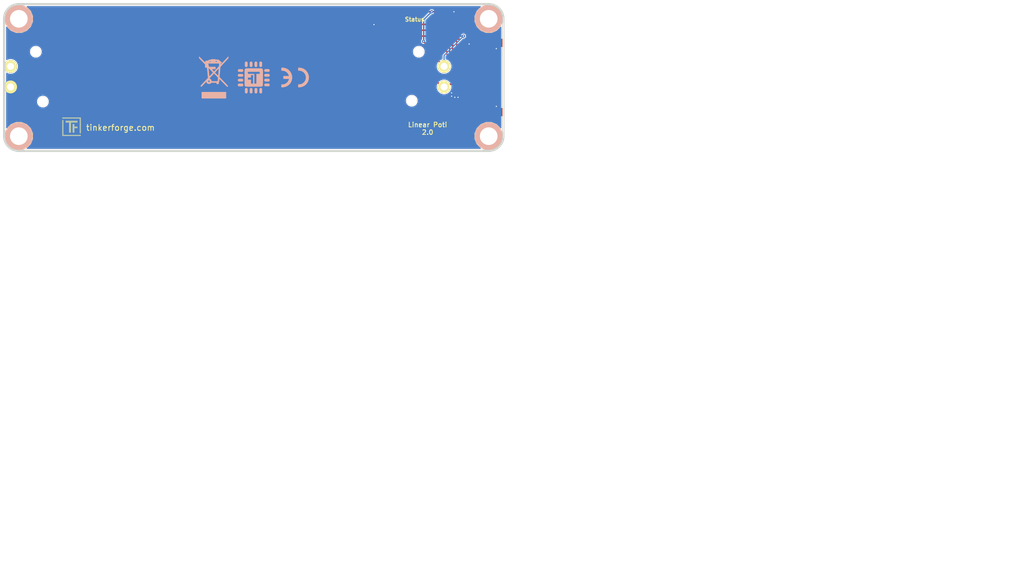
<source format=kicad_pcb>
(kicad_pcb (version 4) (host pcbnew 4.0.2+dfsg1-stable)
  (title_block (title "Linear Poti Bricklet") (date 2018-06-22) (rev 2.0) (company "Tinkerforge GmbH") (comment 1 "Licensed under CERN OHL v.1.1") (comment 2 "Copyright (©) 2018, L.Lauer <lukas@tinkerforge.com>"))
  (layers (0 Vorderseite power) (31 Rückseite signal) (34 B.Paste user) (35 F.Paste user) (36 B.SilkS user) (37 F.SilkS user) (38 B.Mask user) (39 F.Mask user) (44 Edge.Cuts user))
  (net 0 "")
  (net 1 GND)
  (net 2 IN_1)
  (net 3 VCC)
  (net 4 "Net-(C1-Pad1)")
  (net 5 "Net-(D1-Pad2)")
  (net 6 "Net-(P1-Pad1)")
  (net 7 "Net-(P1-Pad4)")
  (net 8 "Net-(P1-Pad5)")
  (net 9 "Net-(P1-Pad6)")
  (net 10 "Net-(P2-Pad1)")
  (net 11 "Net-(P3-Pad2)")
  (net 12 "Net-(R3-Pad1)")
  (net 13 S-MISO)
  (net 14 S-MOSI)
  (net 15 S-CLK)
  (net 16 S-CS)
  (net 17 "Net-(U1-Pad3)")
  (net 18 "Net-(U1-Pad5)")
  (net 19 "Net-(U1-Pad6)")
  (net 20 "Net-(U1-Pad8)")
  (net 21 "Net-(U1-Pad11)")
  (net 22 "Net-(U1-Pad12)")
  (net 23 "Net-(U1-Pad14)")
  (net 24 "Net-(U1-Pad16)")
  (net 25 "Net-(U1-Pad19)")
  (net 26 "Net-(U1-Pad20)")
  (net 27 "Net-(U1-Pad21)")
  (net 28 "Net-(U1-Pad7)")
  (net 29 "Net-(U1-Pad4)")
  (net 30 "Net-(U1-Pad18)")
  (module kicad-libraries:F6005N (layer Vorderseite) (at 147.5 78.86 180)
    (fp_text reference RV1)
    (fp_text value F6005N)
    (pad 1 thru_hole circle (at -36.90112 -1.75006 180) (size 2.19964 2.19964) (drill 1.19888) (layers *.Cu *.Mask F.SilkS) (net 3 VCC))
    (pad 2 thru_hole circle (at -36.90112 1.75006 180) (size 2.19964 2.19964) (drill 1.19888) (layers *.Cu *.Mask F.SilkS) (net 2 IN_1))
    (pad 3 thru_hole circle (at 36.90112 -1.75006 180) (size 2.19964 2.19964) (drill 1.19888) (layers *.Cu *.Mask F.SilkS) (net 1 GND))
    (pad "" thru_hole circle (at 36.90112 1.75006 180) (size 2.19964 2.19964) (drill 1.19888) (layers *.Cu *.Mask F.SilkS))
    (pad "" thru_hole circle (at 31.39948 -4.24942 180) (size 1.69926 1.69926) (drill 1.69926) (layers *.Cu *.Mask F.SilkS))
    (pad "" thru_hole circle (at -31.39948 -4.09956 180) (size 1.69926 1.69926) (drill 1.69926) (layers *.Cu *.Mask F.SilkS))
    (pad "" thru_hole circle (at 32.6009 4.24942 180) (size 1.69926 1.69926) (drill 1.69926) (layers *.Cu *.Mask F.SilkS))
    (pad "" thru_hole circle (at -32.6009 4.24942 180) (size 1.69926 1.69926) (drill 1.69926) (layers *.Cu *.Mask F.SilkS))
  )
  (module Logo_31x31 (layer Vorderseite) (at 119.40032 85.80374)
    (fp_text reference Ref** hide)
    (fp_text value Val** hide)
  )
  (module Fiducial_Mark (layer Vorderseite) (at 187.95238 67.97548)
    (fp_text reference Fiducial_Mark hide)
    (fp_text value VAL** hide)
    (pad 1 smd circle (at 0 0) (size 1.00076 1.00076) (layers Vorderseite F.Mask) (clearance 0.65024))
  )
  (module Fiducial_Mark (layer Vorderseite) (at 115.951 89.6747)
    (fp_text reference Fiducial_Mark hide)
    (fp_text value VAL** hide)
    (pad 1 smd circle (at 0 0) (size 1.00076 1.00076) (layers Vorderseite F.Mask) (clearance 0.65024))
  )
  (module kicad-libraries:CE_5mm (layer Rückseite) (at 159 79 180)
    (fp_text reference VAL hide)
    (fp_text value CE_5mm hide)
  )
  (module kicad-libraries:WEEE_7mm (layer Rückseite) (at 145.2 79 180)
    (fp_text reference VAL hide)
    (fp_text value WEEE_7mm hide)
  )
  (module kicad-libraries:C0402F (layer Vorderseite) (at 189.3 73.8 90)
    (fp_text reference C1)
    (fp_text value 220pF)
    (pad 2 smd rect (at 0.5 0 90) (size 0.6 0.7) (layers Vorderseite F.Paste F.Mask) (net 1 GND))
    (pad 1 smd rect (at -0.5 0 90) (size 0.6 0.7) (layers Vorderseite F.Paste F.Mask) (net 4 "Net-(C1-Pad1)"))
  )
  (module kicad-libraries:C0805 (layer Vorderseite) (at 187.9 80.9 270)
    (fp_text reference C3)
    (fp_text value 10uF)
    (pad 1 smd rect (at -1.00076 0 270) (size 1.00076 1.24968) (layers Vorderseite F.Paste F.Mask) (net 3 VCC) (clearance 0.14986))
    (pad 2 smd rect (at 1.00076 0 270) (size 1.00076 1.24968) (layers Vorderseite F.Paste F.Mask) (net 1 GND) (clearance 0.14986))
  )
  (module kicad-libraries:C0603F (layer Vorderseite) (at 186.4 80.9 270)
    (fp_text reference C4)
    (fp_text value 1uF)
    (pad 1 smd rect (at -0.75 0 270) (size 0.9 0.9) (layers Vorderseite F.Paste F.Mask) (net 3 VCC))
    (pad 2 smd rect (at 0.75 0 270) (size 0.9 0.9) (layers Vorderseite F.Paste F.Mask) (net 1 GND))
  )
  (module kicad-libraries:C0603F (layer Vorderseite) (at 184.6 67.8)
    (fp_text reference C5)
    (fp_text value 100nF)
    (pad 1 smd rect (at -0.75 0) (size 0.9 0.9) (layers Vorderseite F.Paste F.Mask) (net 3 VCC))
    (pad 2 smd rect (at 0.75 0) (size 0.9 0.9) (layers Vorderseite F.Paste F.Mask) (net 1 GND))
  )
  (module kicad-libraries:D0603F (layer Vorderseite) (at 179.4 67.8 180)
    (fp_text reference D1)
    (fp_text value blue)
    (pad 1 smd rect (at -0.75 0 180) (size 0.9 0.9) (layers Vorderseite F.Paste F.Mask) (net 3 VCC))
    (pad 2 smd rect (at 0.75 0 180) (size 0.9 0.9) (layers Vorderseite F.Paste F.Mask) (net 5 "Net-(D1-Pad2)"))
  )
  (module kicad-libraries:CON-SENSOR2 (layer Vorderseite) (at 194.5 79 90)
    (fp_text reference P1)
    (fp_text value CON-SENSOR2)
    (pad 1 smd rect (at -3.75 -4.6 90) (size 0.6 1.8) (layers Vorderseite F.Paste F.Mask) (net 6 "Net-(P1-Pad1)"))
    (pad 2 smd rect (at -2.5 -4.6 90) (size 0.6 1.8) (layers Vorderseite F.Paste F.Mask) (net 1 GND))
    (pad EP smd rect (at -5.9 -1.2 90) (size 1.4 2.4) (layers Vorderseite F.Paste F.Mask) (net 1 GND))
    (pad EP smd rect (at 5.9 -1.2 90) (size 1.4 2.4) (layers Vorderseite F.Paste F.Mask) (net 1 GND))
    (pad 3 smd rect (at -1.25 -4.6 90) (size 0.6 1.8) (layers Vorderseite F.Paste F.Mask) (net 3 VCC))
    (pad 4 smd rect (at 0 -4.6 90) (size 0.6 1.8) (layers Vorderseite F.Paste F.Mask) (net 7 "Net-(P1-Pad4)"))
    (pad 5 smd rect (at 1.25 -4.6 90) (size 0.6 1.8) (layers Vorderseite F.Paste F.Mask) (net 8 "Net-(P1-Pad5)"))
    (pad 6 smd rect (at 2.5 -4.6 90) (size 0.6 1.8) (layers Vorderseite F.Paste F.Mask) (net 9 "Net-(P1-Pad6)"))
    (pad 7 smd rect (at 3.75 -4.6 90) (size 0.6 1.8) (layers Vorderseite F.Paste F.Mask) (net 4 "Net-(C1-Pad1)"))
  )
  (module kicad-libraries:DEBUG_PAD (layer Vorderseite) (at 179.42 70.88)
    (fp_text reference P2)
    (fp_text value DEBUG)
    (pad 1 smd circle (at 0 0) (size 0.7 0.7) (layers Vorderseite F.Paste F.Mask) (net 10 "Net-(P2-Pad1)"))
  )
  (module kicad-libraries:SolderJumper (layer Vorderseite) (at 172.7 68.99)
    (fp_text reference P3)
    (fp_text value BOOT)
    (pad 2 smd rect (at 0.55 0) (size 0.3 1.4) (layers Vorderseite F.Mask) (net 11 "Net-(P3-Pad2)"))
    (pad 2 smd rect (at 0.15 0) (size 0.6 0.5) (layers Vorderseite F.Mask) (net 11 "Net-(P3-Pad2)"))
    (pad 1 smd rect (at -0.5 0) (size 0.4 1.4) (layers Vorderseite F.Mask) (net 1 GND))
    (pad 1 smd rect (at -0.225 0.55) (size 0.95 0.3) (layers Vorderseite F.Mask) (net 1 GND))
    (pad 1 smd rect (at -0.225 -0.55) (size 0.95 0.3) (layers Vorderseite F.Mask) (net 1 GND))
  )
  (module kicad-libraries:R0603F (layer Vorderseite) (at 176.4 67.8)
    (fp_text reference R3)
    (fp_text value 1k)
    (pad 1 smd rect (at -0.75 0) (size 0.9 0.9) (layers Vorderseite F.Paste F.Mask) (net 12 "Net-(R3-Pad1)"))
    (pad 2 smd rect (at 0.75 0) (size 0.9 0.9) (layers Vorderseite F.Paste F.Mask) (net 5 "Net-(D1-Pad2)"))
  )
  (module kicad-libraries:4X0402 (layer Vorderseite) (at 187.12 75.22 90)
    (fp_text reference RP1)
    (fp_text value 82)
    (pad 1 smd rect (at -0.7493 0.575 270) (size 0.29972 0.65) (layers Vorderseite F.Paste F.Mask) (net 7 "Net-(P1-Pad4)"))
    (pad 2 smd rect (at -0.24892 0.575 270) (size 0.29972 0.65) (layers Vorderseite F.Paste F.Mask) (net 8 "Net-(P1-Pad5)"))
    (pad 3 smd rect (at 0.24892 0.575 270) (size 0.29972 0.65) (layers Vorderseite F.Paste F.Mask) (net 9 "Net-(P1-Pad6)"))
    (pad 4 smd rect (at 0.7493 0.575 270) (size 0.29972 0.65) (layers Vorderseite F.Paste F.Mask) (net 4 "Net-(C1-Pad1)"))
    (pad 5 smd rect (at 0.7493 -0.575 90) (size 0.29972 0.65) (layers Vorderseite F.Paste F.Mask) (net 13 S-MISO))
    (pad 6 smd rect (at 0.24892 -0.575 90) (size 0.29972 0.65) (layers Vorderseite F.Paste F.Mask) (net 14 S-MOSI))
    (pad 7 smd rect (at -0.24892 -0.575 90) (size 0.29972 0.65) (layers Vorderseite F.Paste F.Mask) (net 15 S-CLK))
    (pad 8 smd rect (at -0.7493 -0.575 90) (size 0.29972 0.65) (layers Vorderseite F.Paste F.Mask) (net 16 S-CS))
  )
  (module kicad-libraries:QFN24-4x4mm-0.5mm (layer Vorderseite) (at 184.6 71.2 180)
    (fp_text reference U1)
    (fp_text value XMC1XXX24)
    (pad 1 smd oval (at -2.025 -1.25 180) (size 1 0.3) (layers Vorderseite F.Paste F.Mask) (net 13 S-MISO))
    (pad 2 smd oval (at -2.025 -0.75 180) (size 1 0.3) (layers Vorderseite F.Paste F.Mask) (net 2 IN_1))
    (pad 3 smd oval (at -2.025 -0.25 180) (size 1 0.3) (layers Vorderseite F.Paste F.Mask) (net 17 "Net-(U1-Pad3)"))
    (pad 4 smd oval (at -2.025 0.25 180) (size 1 0.3) (layers Vorderseite F.Paste F.Mask) (net 29 "Net-(U1-Pad4)"))
    (pad 5 smd oval (at -2.025 0.75 180) (size 1 0.3) (layers Vorderseite F.Paste F.Mask) (net 18 "Net-(U1-Pad5)"))
    (pad 6 smd oval (at -2.025 1.25 180) (size 1 0.3) (layers Vorderseite F.Paste F.Mask) (net 19 "Net-(U1-Pad6)"))
    (pad 7 smd oval (at -1.25 2.025 270) (size 1 0.3) (layers Vorderseite F.Paste F.Mask) (net 28 "Net-(U1-Pad7)"))
    (pad 8 smd oval (at -0.75 2.025 270) (size 1 0.3) (layers Vorderseite F.Paste F.Mask) (net 20 "Net-(U1-Pad8)"))
    (pad 9 smd oval (at -0.25 2.025 270) (size 1 0.3) (layers Vorderseite F.Paste F.Mask) (net 1 GND))
    (pad 10 smd oval (at 0.25 2.025 270) (size 1 0.3) (layers Vorderseite F.Paste F.Mask) (net 3 VCC))
    (pad 11 smd oval (at 0.75 2.025 270) (size 1 0.3) (layers Vorderseite F.Paste F.Mask) (net 21 "Net-(U1-Pad11)"))
    (pad 12 smd oval (at 1.25 2.025 270) (size 1 0.3) (layers Vorderseite F.Paste F.Mask) (net 22 "Net-(U1-Pad12)"))
    (pad 13 smd oval (at 2.025 1.25 180) (size 1 0.3) (layers Vorderseite F.Paste F.Mask) (net 12 "Net-(R3-Pad1)"))
    (pad 14 smd oval (at 2.025 0.75 180) (size 1 0.3) (layers Vorderseite F.Paste F.Mask) (net 23 "Net-(U1-Pad14)"))
    (pad 15 smd oval (at 2.025 0.25 180) (size 1 0.3) (layers Vorderseite F.Paste F.Mask) (net 10 "Net-(P2-Pad1)"))
    (pad 16 smd oval (at 2.025 -0.25 180) (size 1 0.3) (layers Vorderseite F.Paste F.Mask) (net 24 "Net-(U1-Pad16)"))
    (pad 17 smd oval (at 2.025 -0.75 180) (size 1 0.3) (layers Vorderseite F.Paste F.Mask) (net 11 "Net-(P3-Pad2)"))
    (pad 18 smd oval (at 2.025 -1.25 180) (size 1 0.3) (layers Vorderseite F.Paste F.Mask) (net 30 "Net-(U1-Pad18)"))
    (pad 19 smd oval (at 1.25 -2.025 270) (size 1 0.3) (layers Vorderseite F.Paste F.Mask) (net 25 "Net-(U1-Pad19)"))
    (pad 20 smd oval (at 0.75 -2.025 270) (size 1 0.3) (layers Vorderseite F.Paste F.Mask) (net 26 "Net-(U1-Pad20)"))
    (pad 21 smd oval (at 0.25 -2.025 270) (size 1 0.3) (layers Vorderseite F.Paste F.Mask) (net 27 "Net-(U1-Pad21)"))
    (pad 22 smd oval (at -0.25 -2.025 270) (size 1 0.3) (layers Vorderseite F.Paste F.Mask) (net 16 S-CS))
    (pad 23 smd oval (at -0.75 -2.025 270) (size 1 0.3) (layers Vorderseite F.Paste F.Mask) (net 15 S-CLK))
    (pad 24 smd oval (at -1.25 -2.025 270) (size 1 0.3) (layers Vorderseite F.Paste F.Mask) (net 14 S-MOSI))
    (pad EXP smd rect (at 0.65 0.65 180) (size 1.3 1.3) (layers Vorderseite F.Paste F.Mask) (net 1 GND))
    (pad EXP smd rect (at 0.65 -0.65 180) (size 1.3 1.3) (layers Vorderseite F.Paste F.Mask) (net 1 GND))
    (pad EXP smd rect (at -0.65 0.65 180) (size 1.3 1.3) (layers Vorderseite F.Paste F.Mask) (net 1 GND))
    (pad EXP smd rect (at -0.65 -0.65 180) (size 1.3 1.3) (layers Vorderseite F.Paste F.Mask) (net 1 GND))
  )
  (module kicad-libraries:DRILL_NP (layer Vorderseite) (at 112 89)
    (fp_text reference U3 hide)
    (fp_text value DRILL hide)
    (pad "" np_thru_hole circle (at 0 0) (size 2.99974 2.99974) (drill 2.99974) (layers *.Cu *.Mask F.SilkS) (clearance 0.89916))
  )
  (module kicad-libraries:DRILL_NP (layer Vorderseite) (at 192 69)
    (fp_text reference U4 hide)
    (fp_text value DRILL hide)
    (pad "" np_thru_hole circle (at 0 0) (size 2.99974 2.99974) (drill 2.99974) (layers *.Cu *.Mask F.SilkS) (clearance 0.89916))
  )
  (module kicad-libraries:DRILL_NP (layer Vorderseite) (at 192 89 90)
    (fp_text reference U5 hide)
    (fp_text value DRILL hide)
    (pad "" np_thru_hole circle (at 0 0 90) (size 2.99974 2.99974) (drill 2.99974) (layers *.Cu *.Mask F.SilkS) (clearance 0.89916))
  )
  (module kicad-libraries:DRILL_NP (layer Vorderseite) (at 112 69)
    (fp_text reference U6 hide)
    (fp_text value DRILL hide)
    (pad "" np_thru_hole circle (at 0 0) (size 2.99974 2.99974) (drill 2.99974) (layers *.Cu *.Mask F.SilkS) (clearance 0.89916))
  )
  (module kicad-libraries:Logo_CoMCU (layer Rückseite) (at 152 79 180)
    (fp_text reference G*** hide)
    (fp_text value LOGO hide)
  )
  (gr_text Status (at 179.4 69.1) (layer F.SilkS) (effects (font (size 0.7 0.7))))
  (gr_line (start 112 91.5) (end 192 91.5) (angle 90) (layer Edge.Cuts) (width 0.381))
  (gr_line (start 109.5 69) (end 109.5 89) (angle 90) (layer Edge.Cuts) (width 0.381))
  (gr_line (start 192 66.5) (end 112 66.5) (angle 90) (layer Edge.Cuts) (width 0.381))
  (gr_line (start 194.5 89) (end 194.5 69) (angle 90) (layer Edge.Cuts) (width 0.381))
  (gr_arc (start 192 89) (end 194.5 89) (angle 90) (layer Edge.Cuts) (width 0.381))
  (gr_arc (start 112 69) (end 109.5 69) (angle 90) (layer Edge.Cuts) (width 0.381))
  (gr_arc (start 112 89) (end 112 91.5) (angle 90) (layer Edge.Cuts) (width 0.381))
  (gr_arc (start 192 69) (end 192 66.5) (angle 90) (layer Edge.Cuts) (width 0.381))
  (gr_text tinkerforge.com (at 129.30124 87.5538) (layer F.SilkS) (effects (font (size 1.00076 1.00076) (thickness 0.14986))))
  (gr_text "Linear Poti\n2.0" (at 181.6 87.7) (layer F.SilkS) (effects (font (size 0.8 0.8))))
  (segment (start 172.2 68.99) (end 172.2 68.56) (width 0.25) (layer Vorderseite) (net 1))
  (segment (start 172.2 68.56) (end 172.31 68.45) (width 0.25) (layer Vorderseite) (net 1))
  (segment (start 172.31 68.45) (end 172.55 68.45) (width 0.25) (layer Vorderseite) (net 1))
  (segment (start 172.55 68.45) (end 172.475 68.44) (width 0.25) (layer Vorderseite) (net 1))
  (segment (start 172.475 69.54) (end 172.38 69.54) (width 0.25) (layer Vorderseite) (net 1))
  (segment (start 172.38 69.54) (end 172.18 69.34) (width 0.25) (layer Vorderseite) (net 1))
  (segment (start 172.18 69.34) (end 172.18 69.01) (width 0.25) (layer Vorderseite) (net 1))
  (segment (start 172.18 69.01) (end 172.2 68.99) (width 0.25) (layer Vorderseite) (net 1))
  (segment (start 172.475 69.54) (end 172.475 69.975) (width 0.25) (layer Vorderseite) (net 1))
  (via (at 172.47 69.98) (size 0.55) (drill 0.2) (layers Vorderseite Rückseite) (net 1))
  (segment (start 172.475 69.975) (end 172.47 69.98) (width 0.25) (layer Vorderseite) (net 1))
  (segment (start 184.85 69.175) (end 184.85 70.15) (width 0.25) (layer Vorderseite) (net 1))
  (segment (start 184.85 70.15) (end 185.25 70.55) (width 0.25) (layer Vorderseite) (net 1))
  (segment (start 185.35 67.8) (end 186.08 67.8) (width 0.55) (layer Vorderseite) (net 1))
  (via (at 186.08 67.8) (size 0.55) (drill 0.2) (layers Vorderseite Rückseite) (net 1))
  (segment (start 185.68 82.19) (end 185.68 81.63) (width 0.55) (layer Vorderseite) (net 1))
  (via (at 185.68 82.19) (size 0.55) (drill 0.2) (layers Vorderseite Rückseite) (net 1))
  (segment (start 185.7 81.65) (end 185.68 81.63) (width 0.55) (layer Vorderseite) (net 1))
  (via (at 185.68 81.63) (size 0.55) (drill 0.2) (layers Vorderseite Rückseite) (net 1))
  (segment (start 185.7 81.65) (end 186.4 81.65) (width 0.55) (layer Vorderseite) (net 1))
  (segment (start 186.23 82.38) (end 186.78 82.38) (width 0.55) (layer Vorderseite) (net 1))
  (via (at 186.78 82.38) (size 0.55) (drill 0.2) (layers Vorderseite Rückseite) (net 1))
  (segment (start 186.78 82.38) (end 186.4 82) (width 0.55) (layer Vorderseite) (net 1))
  (via (at 186.23 82.38) (size 0.55) (drill 0.2) (layers Vorderseite Rückseite) (net 1))
  (segment (start 186.4 82.21) (end 186.4 81.65) (width 0.55) (layer Vorderseite) (net 1))
  (segment (start 186.4 82.21) (end 186.23 82.38) (width 0.55) (layer Vorderseite) (net 1))
  (segment (start 186.23 82.38) (end 185.87 82.38) (width 0.55) (layer Vorderseite) (net 1))
  (segment (start 185.87 82.38) (end 185.68 82.19) (width 0.55) (layer Vorderseite) (net 1))
  (segment (start 186.22 81.65) (end 185.68 82.19) (width 0.55) (layer Vorderseite) (net 1))
  (segment (start 186.4 81.65) (end 186.4 82) (width 0.55) (layer Vorderseite) (net 1))
  (segment (start 184.85 69.175) (end 184.85 68.58) (width 0.25) (layer Vorderseite) (net 1))
  (segment (start 184.85 68.58) (end 185.35 68.08) (width 0.25) (layer Vorderseite) (net 1))
  (segment (start 185.35 68.08) (end 185.35 67.8) (width 0.25) (layer Vorderseite) (net 1))
  (segment (start 183.95 71.85) (end 185.25 71.85) (width 0.55) (layer Vorderseite) (net 1))
  (segment (start 185.25 71.85) (end 185.25 70.55) (width 0.55) (layer Vorderseite) (net 1))
  (segment (start 185.25 70.55) (end 183.95 70.55) (width 0.55) (layer Vorderseite) (net 1))
  (segment (start 183.95 70.55) (end 183.95 71.85) (width 0.55) (layer Vorderseite) (net 1))
  (segment (start 189.3 73.3) (end 188.67 73.3) (width 0.55) (layer Vorderseite) (net 1))
  (via (at 188.67 73.3) (size 0.55) (drill 0.2) (layers Vorderseite Rückseite) (net 1))
  (segment (start 187.9 81.90076) (end 187.30076 81.90076) (width 0.55) (layer Vorderseite) (net 1))
  (segment (start 187.30076 81.90076) (end 187.05 81.65) (width 0.55) (layer Vorderseite) (net 1))
  (segment (start 187.05 81.65) (end 186.4 81.65) (width 0.55) (layer Vorderseite) (net 1))
  (segment (start 189.9 81.5) (end 188.9 81.5) (width 0.55) (layer Vorderseite) (net 1))
  (segment (start 188.9 81.5) (end 188.49924 81.90076) (width 0.55) (layer Vorderseite) (net 1))
  (segment (start 188.49924 81.90076) (end 187.9 81.90076) (width 0.55) (layer Vorderseite) (net 1))
  (segment (start 193.3 84.9) (end 193.3 83.92) (width 0.55) (layer Vorderseite) (net 1))
  (via (at 193.3 83.92) (size 0.55) (drill 0.2) (layers Vorderseite Rückseite) (net 1))
  (segment (start 193.3 73.1) (end 193.3 74.08) (width 0.55) (layer Vorderseite) (net 1))
  (via (at 193.3 74.08) (size 0.55) (drill 0.2) (layers Vorderseite Rückseite) (net 1))
  (segment (start 184.40112 77.10994) (end 184.40112 75.25888) (width 0.2) (layer Rückseite) (net 2))
  (segment (start 187.71 71.95) (end 186.625 71.95) (width 0.2) (layer Vorderseite) (net 2))
  (via (at 187.71 71.95) (size 0.55) (drill 0.2) (layers Vorderseite Rückseite) (net 2))
  (segment (start 184.40112 75.25888) (end 187.71 71.95) (width 0.2) (layer Rückseite) (net 2))
  (segment (start 181.83 74.53882) (end 184.40112 77.10994) (width 0.25) (layer Vorderseite) (net 2))
  (segment (start 181.83 72.55) (end 181.83 74.53882) (width 0.25) (layer Vorderseite) (net 2))
  (segment (start 181.93 72.45) (end 181.83 72.55) (width 0.25) (layer Vorderseite) (net 2))
  (segment (start 184.40112 80.61006) (end 184.08006 80.61006) (width 0.25) (layer Vorderseite) (net 3))
  (segment (start 184.08006 80.61006) (end 181.41 77.94) (width 0.25) (layer Vorderseite) (net 3))
  (via (at 182.3 67.79) (size 0.55) (drill 0.2) (layers Vorderseite Rückseite) (net 3))
  (segment (start 180.94 69.15) (end 182.3 67.79) (width 0.25) (layer Rückseite) (net 3))
  (segment (start 180.94 72.82) (end 180.94 69.15) (width 0.25) (layer Rückseite) (net 3))
  (segment (start 180.91 72.85) (end 180.94 72.82) (width 0.25) (layer Rückseite) (net 3))
  (via (at 180.91 72.85) (size 0.55) (drill 0.2) (layers Vorderseite Rückseite) (net 3))
  (segment (start 181.41 73.35) (end 180.91 72.85) (width 0.25) (layer Vorderseite) (net 3))
  (segment (start 181.41 77.94) (end 181.41 73.35) (width 0.25) (layer Vorderseite) (net 3))
  (segment (start 182.3 67.79) (end 182.3 67.8) (width 0.25) (layer Vorderseite) (net 3))
  (segment (start 182.3 67.8) (end 182.3 67.79) (width 0.25) (layer Vorderseite) (net 3))
  (segment (start 182.3 67.79) (end 182.3 67.8) (width 0.25) (layer Vorderseite) (net 3))
  (segment (start 183.85 67.8) (end 182.3 67.8) (width 0.25) (layer Vorderseite) (net 3))
  (segment (start 182.3 67.8) (end 180.15 67.8) (width 0.25) (layer Vorderseite) (net 3))
  (segment (start 186.4 80.15) (end 184.86118 80.15) (width 0.25) (layer Vorderseite) (net 3))
  (segment (start 184.86118 80.15) (end 184.40112 80.61006) (width 0.25) (layer Vorderseite) (net 3))
  (segment (start 184.35 69.175) (end 184.35 68.63) (width 0.25) (layer Vorderseite) (net 3))
  (segment (start 184.35 68.63) (end 183.85 68.13) (width 0.25) (layer Vorderseite) (net 3))
  (segment (start 183.85 68.13) (end 183.85 67.8) (width 0.25) (layer Vorderseite) (net 3))
  (segment (start 187.9 79.89924) (end 187.20076 79.89924) (width 0.55) (layer Vorderseite) (net 3))
  (segment (start 186.95 80.15) (end 186.4 80.15) (width 0.55) (layer Vorderseite) (net 3))
  (segment (start 187.20076 79.89924) (end 186.95 80.15) (width 0.55) (layer Vorderseite) (net 3))
  (segment (start 189.9 80.25) (end 188.94 80.25) (width 0.55) (layer Vorderseite) (net 3))
  (segment (start 188.58924 79.89924) (end 187.9 79.89924) (width 0.55) (layer Vorderseite) (net 3))
  (segment (start 188.94 80.25) (end 188.58924 79.89924) (width 0.55) (layer Vorderseite) (net 3))
  (segment (start 187.875 74.4507) (end 189.1493 74.4507) (width 0.2) (layer Vorderseite) (net 4))
  (segment (start 189.1493 74.4507) (end 189.3 74.3) (width 0.2) (layer Vorderseite) (net 4))
  (segment (start 189.3 74.3) (end 189.3 74.95) (width 0.2) (layer Vorderseite) (net 4))
  (segment (start 189.3 74.95) (end 189.6 75.25) (width 0.2) (layer Vorderseite) (net 4))
  (segment (start 189.6 75.25) (end 189.9 75.25) (width 0.2) (layer Vorderseite) (net 4))
  (segment (start 189.65 75.25) (end 189.9 75.25) (width 0.2) (layer Vorderseite) (net 4))
  (segment (start 178.65 67.8) (end 177.15 67.8) (width 0.25) (layer Vorderseite) (net 5))
  (segment (start 187.695 75.9693) (end 187.695 77.825) (width 0.2) (layer Vorderseite) (net 7))
  (segment (start 188.87 79) (end 189.9 79) (width 0.2) (layer Vorderseite) (net 7))
  (segment (start 187.695 77.825) (end 188.87 79) (width 0.2) (layer Vorderseite) (net 7))
  (segment (start 187.695 75.46892) (end 188.088918 75.46892) (width 0.2) (layer Vorderseite) (net 8))
  (segment (start 188.95 77.75) (end 189.9 77.75) (width 0.2) (layer Vorderseite) (net 8))
  (segment (start 188.36 77.16) (end 188.95 77.75) (width 0.2) (layer Vorderseite) (net 8))
  (segment (start 188.36 75.740002) (end 188.36 77.16) (width 0.2) (layer Vorderseite) (net 8))
  (segment (start 188.088918 75.46892) (end 188.36 75.740002) (width 0.2) (layer Vorderseite) (net 8))
  (segment (start 187.695 74.97108) (end 188.45108 74.97108) (width 0.2) (layer Vorderseite) (net 9))
  (segment (start 188.72 76.02) (end 189.2 76.5) (width 0.2) (layer Vorderseite) (net 9))
  (segment (start 188.72 75.24) (end 188.72 76.02) (width 0.2) (layer Vorderseite) (net 9))
  (segment (start 188.45108 74.97108) (end 188.72 75.24) (width 0.2) (layer Vorderseite) (net 9))
  (segment (start 189.2 76.5) (end 189.9 76.5) (width 0.2) (layer Vorderseite) (net 9))
  (segment (start 189.36 76.5) (end 189.9 76.5) (width 0.2) (layer Vorderseite) (net 9))
  (segment (start 182.575 70.95) (end 179.49 70.95) (width 0.25) (layer Vorderseite) (net 10))
  (segment (start 179.49 70.95) (end 179.42 70.88) (width 0.25) (layer Vorderseite) (net 10))
  (segment (start 173.25 68.99) (end 172.85 68.99) (width 0.25) (layer Vorderseite) (net 11))
  (segment (start 182.575 71.95) (end 177.13 71.95) (width 0.25) (layer Vorderseite) (net 11))
  (segment (start 174.17 68.99) (end 173.25 68.99) (width 0.25) (layer Vorderseite) (net 11))
  (segment (start 177.13 71.95) (end 174.17 68.99) (width 0.25) (layer Vorderseite) (net 11))
  (segment (start 182.575 69.95) (end 176.32 69.95) (width 0.25) (layer Vorderseite) (net 12))
  (segment (start 175.65 69.28) (end 175.65 67.8) (width 0.25) (layer Vorderseite) (net 12))
  (segment (start 176.32 69.95) (end 175.65 69.28) (width 0.25) (layer Vorderseite) (net 12))
  (segment (start 186.545 74.4707) (end 186.545 72.53) (width 0.2) (layer Vorderseite) (net 13))
  (segment (start 186.545 72.53) (end 186.625 72.45) (width 0.2) (layer Vorderseite) (net 13))
  (segment (start 186.545 74.97108) (end 186.15108 74.97108) (width 0.2) (layer Vorderseite) (net 14))
  (segment (start 185.85 74.67) (end 185.85 73.225) (width 0.2) (layer Vorderseite) (net 14))
  (segment (start 186.15108 74.97108) (end 185.85 74.67) (width 0.2) (layer Vorderseite) (net 14))
  (segment (start 185.35 73.225) (end 185.35 74.82) (width 0.2) (layer Vorderseite) (net 15))
  (segment (start 185.99892 75.46892) (end 186.545 75.46892) (width 0.2) (layer Vorderseite) (net 15))
  (segment (start 185.35 74.82) (end 185.99892 75.46892) (width 0.2) (layer Vorderseite) (net 15))
  (segment (start 184.85 73.225) (end 184.85 74.98) (width 0.2) (layer Vorderseite) (net 16))
  (segment (start 185.8393 75.9693) (end 186.545 75.9693) (width 0.2) (layer Vorderseite) (net 16))
  (segment (start 184.85 74.98) (end 185.8393 75.9693) (width 0.2) (layer Vorderseite) (net 16))
  (segment (start 182.575 72.45) (end 181.93 72.45) (width 0.25) (layer Vorderseite) (net 30))
  (zone (net 1) (net_name GND) (layer Rückseite) (connect_pads yes (clearance 0.15)) (min_thickness 0.15) (fill yes (arc_segments 16) (thermal_gap 0.29972) (thermal_bridge_width 0.29972))
    (polygon (pts (xy 194.5 91.5) (xy 109.5 91.5) (xy 109.5 66.5) (xy 194.5 66.5) (xy 194.5 91.5)))
  )
)
</source>
